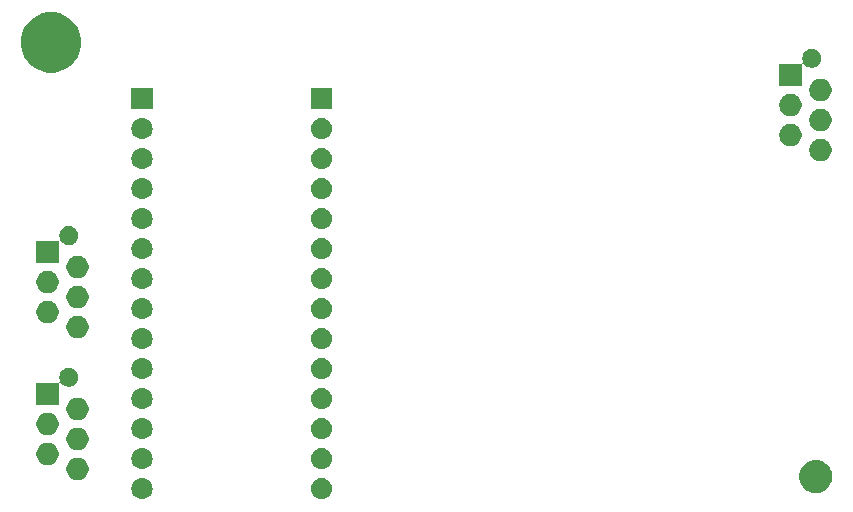
<source format=gbr>
G04 #@! TF.GenerationSoftware,KiCad,Pcbnew,5.1.2-f72e74a~84~ubuntu18.04.1*
G04 #@! TF.CreationDate,2019-08-02T14:19:08+02:00*
G04 #@! TF.ProjectId,board,626f6172-642e-46b6-9963-61645f706362,rev?*
G04 #@! TF.SameCoordinates,Original*
G04 #@! TF.FileFunction,Soldermask,Bot*
G04 #@! TF.FilePolarity,Negative*
%FSLAX46Y46*%
G04 Gerber Fmt 4.6, Leading zero omitted, Abs format (unit mm)*
G04 Created by KiCad (PCBNEW 5.1.2-f72e74a~84~ubuntu18.04.1) date 2019-08-02 14:19:08*
%MOMM*%
%LPD*%
G04 APERTURE LIST*
%ADD10C,0.100000*%
G04 APERTURE END LIST*
D10*
G36*
X159310443Y-85125519D02*
G01*
X159376627Y-85132037D01*
X159546466Y-85183557D01*
X159702991Y-85267222D01*
X159738729Y-85296552D01*
X159840186Y-85379814D01*
X159923448Y-85481271D01*
X159952778Y-85517009D01*
X160036443Y-85673534D01*
X160087963Y-85843373D01*
X160105359Y-86020000D01*
X160087963Y-86196627D01*
X160036443Y-86366466D01*
X159952778Y-86522991D01*
X159923448Y-86558729D01*
X159840186Y-86660186D01*
X159738729Y-86743448D01*
X159702991Y-86772778D01*
X159546466Y-86856443D01*
X159376627Y-86907963D01*
X159310443Y-86914481D01*
X159244260Y-86921000D01*
X159155740Y-86921000D01*
X159089557Y-86914481D01*
X159023373Y-86907963D01*
X158853534Y-86856443D01*
X158697009Y-86772778D01*
X158661271Y-86743448D01*
X158559814Y-86660186D01*
X158476552Y-86558729D01*
X158447222Y-86522991D01*
X158363557Y-86366466D01*
X158312037Y-86196627D01*
X158294641Y-86020000D01*
X158312037Y-85843373D01*
X158363557Y-85673534D01*
X158447222Y-85517009D01*
X158476552Y-85481271D01*
X158559814Y-85379814D01*
X158661271Y-85296552D01*
X158697009Y-85267222D01*
X158853534Y-85183557D01*
X159023373Y-85132037D01*
X159089557Y-85125519D01*
X159155740Y-85119000D01*
X159244260Y-85119000D01*
X159310443Y-85125519D01*
X159310443Y-85125519D01*
G37*
G36*
X144110443Y-85125519D02*
G01*
X144176627Y-85132037D01*
X144346466Y-85183557D01*
X144502991Y-85267222D01*
X144538729Y-85296552D01*
X144640186Y-85379814D01*
X144723448Y-85481271D01*
X144752778Y-85517009D01*
X144836443Y-85673534D01*
X144887963Y-85843373D01*
X144905359Y-86020000D01*
X144887963Y-86196627D01*
X144836443Y-86366466D01*
X144752778Y-86522991D01*
X144723448Y-86558729D01*
X144640186Y-86660186D01*
X144538729Y-86743448D01*
X144502991Y-86772778D01*
X144346466Y-86856443D01*
X144176627Y-86907963D01*
X144110443Y-86914481D01*
X144044260Y-86921000D01*
X143955740Y-86921000D01*
X143889557Y-86914481D01*
X143823373Y-86907963D01*
X143653534Y-86856443D01*
X143497009Y-86772778D01*
X143461271Y-86743448D01*
X143359814Y-86660186D01*
X143276552Y-86558729D01*
X143247222Y-86522991D01*
X143163557Y-86366466D01*
X143112037Y-86196627D01*
X143094641Y-86020000D01*
X143112037Y-85843373D01*
X143163557Y-85673534D01*
X143247222Y-85517009D01*
X143276552Y-85481271D01*
X143359814Y-85379814D01*
X143461271Y-85296552D01*
X143497009Y-85267222D01*
X143653534Y-85183557D01*
X143823373Y-85132037D01*
X143889557Y-85125519D01*
X143955740Y-85119000D01*
X144044260Y-85119000D01*
X144110443Y-85125519D01*
X144110443Y-85125519D01*
G37*
G36*
X201368433Y-83634893D02*
G01*
X201458657Y-83652839D01*
X201539257Y-83686225D01*
X201713621Y-83758449D01*
X201713622Y-83758450D01*
X201943086Y-83911772D01*
X202138228Y-84106914D01*
X202222327Y-84232778D01*
X202291551Y-84336379D01*
X202397161Y-84591344D01*
X202451000Y-84862012D01*
X202451000Y-85137988D01*
X202397161Y-85408656D01*
X202291551Y-85663621D01*
X202284927Y-85673534D01*
X202138228Y-85893086D01*
X201943086Y-86088228D01*
X201789763Y-86190675D01*
X201713621Y-86241551D01*
X201564267Y-86303415D01*
X201458657Y-86347161D01*
X201368433Y-86365107D01*
X201187988Y-86401000D01*
X200912012Y-86401000D01*
X200731567Y-86365107D01*
X200641343Y-86347161D01*
X200535733Y-86303415D01*
X200386379Y-86241551D01*
X200310237Y-86190675D01*
X200156914Y-86088228D01*
X199961772Y-85893086D01*
X199815073Y-85673534D01*
X199808449Y-85663621D01*
X199702839Y-85408656D01*
X199649000Y-85137988D01*
X199649000Y-84862012D01*
X199702839Y-84591344D01*
X199808449Y-84336379D01*
X199877673Y-84232778D01*
X199961772Y-84106914D01*
X200156914Y-83911772D01*
X200386378Y-83758450D01*
X200386379Y-83758449D01*
X200560743Y-83686225D01*
X200641343Y-83652839D01*
X200731567Y-83634893D01*
X200912012Y-83599000D01*
X201187988Y-83599000D01*
X201368433Y-83634893D01*
X201368433Y-83634893D01*
G37*
G36*
X138817395Y-83435546D02*
G01*
X138990466Y-83507234D01*
X139067818Y-83558919D01*
X139146227Y-83611310D01*
X139278690Y-83743773D01*
X139278691Y-83743775D01*
X139382766Y-83899534D01*
X139454454Y-84072605D01*
X139491000Y-84256333D01*
X139491000Y-84443667D01*
X139454454Y-84627395D01*
X139382766Y-84800466D01*
X139382765Y-84800467D01*
X139278690Y-84956227D01*
X139146227Y-85088690D01*
X139081353Y-85132037D01*
X138990466Y-85192766D01*
X138817395Y-85264454D01*
X138633667Y-85301000D01*
X138446333Y-85301000D01*
X138262605Y-85264454D01*
X138089534Y-85192766D01*
X137998647Y-85132037D01*
X137933773Y-85088690D01*
X137801310Y-84956227D01*
X137697235Y-84800467D01*
X137697234Y-84800466D01*
X137625546Y-84627395D01*
X137589000Y-84443667D01*
X137589000Y-84256333D01*
X137625546Y-84072605D01*
X137697234Y-83899534D01*
X137801309Y-83743775D01*
X137801310Y-83743773D01*
X137933773Y-83611310D01*
X138012182Y-83558919D01*
X138089534Y-83507234D01*
X138262605Y-83435546D01*
X138446333Y-83399000D01*
X138633667Y-83399000D01*
X138817395Y-83435546D01*
X138817395Y-83435546D01*
G37*
G36*
X159310442Y-82585518D02*
G01*
X159376627Y-82592037D01*
X159546466Y-82643557D01*
X159702991Y-82727222D01*
X159738729Y-82756552D01*
X159840186Y-82839814D01*
X159923448Y-82941271D01*
X159952778Y-82977009D01*
X160036443Y-83133534D01*
X160087963Y-83303373D01*
X160105359Y-83480000D01*
X160087963Y-83656627D01*
X160036443Y-83826466D01*
X159952778Y-83982991D01*
X159943371Y-83994453D01*
X159840186Y-84120186D01*
X159738729Y-84203448D01*
X159702991Y-84232778D01*
X159546466Y-84316443D01*
X159376627Y-84367963D01*
X159310443Y-84374481D01*
X159244260Y-84381000D01*
X159155740Y-84381000D01*
X159089557Y-84374481D01*
X159023373Y-84367963D01*
X158853534Y-84316443D01*
X158697009Y-84232778D01*
X158661271Y-84203448D01*
X158559814Y-84120186D01*
X158456629Y-83994453D01*
X158447222Y-83982991D01*
X158363557Y-83826466D01*
X158312037Y-83656627D01*
X158294641Y-83480000D01*
X158312037Y-83303373D01*
X158363557Y-83133534D01*
X158447222Y-82977009D01*
X158476552Y-82941271D01*
X158559814Y-82839814D01*
X158661271Y-82756552D01*
X158697009Y-82727222D01*
X158853534Y-82643557D01*
X159023373Y-82592037D01*
X159089558Y-82585518D01*
X159155740Y-82579000D01*
X159244260Y-82579000D01*
X159310442Y-82585518D01*
X159310442Y-82585518D01*
G37*
G36*
X144110442Y-82585518D02*
G01*
X144176627Y-82592037D01*
X144346466Y-82643557D01*
X144502991Y-82727222D01*
X144538729Y-82756552D01*
X144640186Y-82839814D01*
X144723448Y-82941271D01*
X144752778Y-82977009D01*
X144836443Y-83133534D01*
X144887963Y-83303373D01*
X144905359Y-83480000D01*
X144887963Y-83656627D01*
X144836443Y-83826466D01*
X144752778Y-83982991D01*
X144743371Y-83994453D01*
X144640186Y-84120186D01*
X144538729Y-84203448D01*
X144502991Y-84232778D01*
X144346466Y-84316443D01*
X144176627Y-84367963D01*
X144110443Y-84374481D01*
X144044260Y-84381000D01*
X143955740Y-84381000D01*
X143889557Y-84374481D01*
X143823373Y-84367963D01*
X143653534Y-84316443D01*
X143497009Y-84232778D01*
X143461271Y-84203448D01*
X143359814Y-84120186D01*
X143256629Y-83994453D01*
X143247222Y-83982991D01*
X143163557Y-83826466D01*
X143112037Y-83656627D01*
X143094641Y-83480000D01*
X143112037Y-83303373D01*
X143163557Y-83133534D01*
X143247222Y-82977009D01*
X143276552Y-82941271D01*
X143359814Y-82839814D01*
X143461271Y-82756552D01*
X143497009Y-82727222D01*
X143653534Y-82643557D01*
X143823373Y-82592037D01*
X143889558Y-82585518D01*
X143955740Y-82579000D01*
X144044260Y-82579000D01*
X144110442Y-82585518D01*
X144110442Y-82585518D01*
G37*
G36*
X136277395Y-82165546D02*
G01*
X136450466Y-82237234D01*
X136527818Y-82288919D01*
X136606227Y-82341310D01*
X136738690Y-82473773D01*
X136738691Y-82473775D01*
X136842766Y-82629534D01*
X136914454Y-82802605D01*
X136951000Y-82986333D01*
X136951000Y-83173667D01*
X136914454Y-83357395D01*
X136842766Y-83530466D01*
X136842765Y-83530467D01*
X136738690Y-83686227D01*
X136606227Y-83818690D01*
X136594589Y-83826466D01*
X136450466Y-83922766D01*
X136277395Y-83994454D01*
X136093667Y-84031000D01*
X135906333Y-84031000D01*
X135722605Y-83994454D01*
X135549534Y-83922766D01*
X135405411Y-83826466D01*
X135393773Y-83818690D01*
X135261310Y-83686227D01*
X135157235Y-83530467D01*
X135157234Y-83530466D01*
X135085546Y-83357395D01*
X135049000Y-83173667D01*
X135049000Y-82986333D01*
X135085546Y-82802605D01*
X135157234Y-82629534D01*
X135261309Y-82473775D01*
X135261310Y-82473773D01*
X135393773Y-82341310D01*
X135472182Y-82288919D01*
X135549534Y-82237234D01*
X135722605Y-82165546D01*
X135906333Y-82129000D01*
X136093667Y-82129000D01*
X136277395Y-82165546D01*
X136277395Y-82165546D01*
G37*
G36*
X138817395Y-80895546D02*
G01*
X138990466Y-80967234D01*
X139067818Y-81018919D01*
X139146227Y-81071310D01*
X139278690Y-81203773D01*
X139278691Y-81203775D01*
X139382766Y-81359534D01*
X139454454Y-81532605D01*
X139491000Y-81716333D01*
X139491000Y-81903667D01*
X139454454Y-82087395D01*
X139382766Y-82260466D01*
X139382765Y-82260467D01*
X139278690Y-82416227D01*
X139146227Y-82548690D01*
X139081353Y-82592037D01*
X138990466Y-82652766D01*
X138817395Y-82724454D01*
X138633667Y-82761000D01*
X138446333Y-82761000D01*
X138262605Y-82724454D01*
X138089534Y-82652766D01*
X137998647Y-82592037D01*
X137933773Y-82548690D01*
X137801310Y-82416227D01*
X137697235Y-82260467D01*
X137697234Y-82260466D01*
X137625546Y-82087395D01*
X137589000Y-81903667D01*
X137589000Y-81716333D01*
X137625546Y-81532605D01*
X137697234Y-81359534D01*
X137801309Y-81203775D01*
X137801310Y-81203773D01*
X137933773Y-81071310D01*
X138012182Y-81018919D01*
X138089534Y-80967234D01*
X138262605Y-80895546D01*
X138446333Y-80859000D01*
X138633667Y-80859000D01*
X138817395Y-80895546D01*
X138817395Y-80895546D01*
G37*
G36*
X159310443Y-80045519D02*
G01*
X159376627Y-80052037D01*
X159546466Y-80103557D01*
X159702991Y-80187222D01*
X159738729Y-80216552D01*
X159840186Y-80299814D01*
X159923448Y-80401271D01*
X159952778Y-80437009D01*
X160036443Y-80593534D01*
X160087963Y-80763373D01*
X160105359Y-80940000D01*
X160087963Y-81116627D01*
X160036443Y-81286466D01*
X159952778Y-81442991D01*
X159943371Y-81454453D01*
X159840186Y-81580186D01*
X159738729Y-81663448D01*
X159702991Y-81692778D01*
X159546466Y-81776443D01*
X159376627Y-81827963D01*
X159310443Y-81834481D01*
X159244260Y-81841000D01*
X159155740Y-81841000D01*
X159089557Y-81834481D01*
X159023373Y-81827963D01*
X158853534Y-81776443D01*
X158697009Y-81692778D01*
X158661271Y-81663448D01*
X158559814Y-81580186D01*
X158456629Y-81454453D01*
X158447222Y-81442991D01*
X158363557Y-81286466D01*
X158312037Y-81116627D01*
X158294641Y-80940000D01*
X158312037Y-80763373D01*
X158363557Y-80593534D01*
X158447222Y-80437009D01*
X158476552Y-80401271D01*
X158559814Y-80299814D01*
X158661271Y-80216552D01*
X158697009Y-80187222D01*
X158853534Y-80103557D01*
X159023373Y-80052037D01*
X159089557Y-80045519D01*
X159155740Y-80039000D01*
X159244260Y-80039000D01*
X159310443Y-80045519D01*
X159310443Y-80045519D01*
G37*
G36*
X144110443Y-80045519D02*
G01*
X144176627Y-80052037D01*
X144346466Y-80103557D01*
X144502991Y-80187222D01*
X144538729Y-80216552D01*
X144640186Y-80299814D01*
X144723448Y-80401271D01*
X144752778Y-80437009D01*
X144836443Y-80593534D01*
X144887963Y-80763373D01*
X144905359Y-80940000D01*
X144887963Y-81116627D01*
X144836443Y-81286466D01*
X144752778Y-81442991D01*
X144743371Y-81454453D01*
X144640186Y-81580186D01*
X144538729Y-81663448D01*
X144502991Y-81692778D01*
X144346466Y-81776443D01*
X144176627Y-81827963D01*
X144110443Y-81834481D01*
X144044260Y-81841000D01*
X143955740Y-81841000D01*
X143889557Y-81834481D01*
X143823373Y-81827963D01*
X143653534Y-81776443D01*
X143497009Y-81692778D01*
X143461271Y-81663448D01*
X143359814Y-81580186D01*
X143256629Y-81454453D01*
X143247222Y-81442991D01*
X143163557Y-81286466D01*
X143112037Y-81116627D01*
X143094641Y-80940000D01*
X143112037Y-80763373D01*
X143163557Y-80593534D01*
X143247222Y-80437009D01*
X143276552Y-80401271D01*
X143359814Y-80299814D01*
X143461271Y-80216552D01*
X143497009Y-80187222D01*
X143653534Y-80103557D01*
X143823373Y-80052037D01*
X143889557Y-80045519D01*
X143955740Y-80039000D01*
X144044260Y-80039000D01*
X144110443Y-80045519D01*
X144110443Y-80045519D01*
G37*
G36*
X136277395Y-79625546D02*
G01*
X136450466Y-79697234D01*
X136527818Y-79748919D01*
X136606227Y-79801310D01*
X136738690Y-79933773D01*
X136738691Y-79933775D01*
X136842766Y-80089534D01*
X136914454Y-80262605D01*
X136951000Y-80446333D01*
X136951000Y-80633667D01*
X136914454Y-80817395D01*
X136842766Y-80990466D01*
X136842765Y-80990467D01*
X136738690Y-81146227D01*
X136606227Y-81278690D01*
X136594589Y-81286466D01*
X136450466Y-81382766D01*
X136277395Y-81454454D01*
X136093667Y-81491000D01*
X135906333Y-81491000D01*
X135722605Y-81454454D01*
X135549534Y-81382766D01*
X135405411Y-81286466D01*
X135393773Y-81278690D01*
X135261310Y-81146227D01*
X135157235Y-80990467D01*
X135157234Y-80990466D01*
X135085546Y-80817395D01*
X135049000Y-80633667D01*
X135049000Y-80446333D01*
X135085546Y-80262605D01*
X135157234Y-80089534D01*
X135261309Y-79933775D01*
X135261310Y-79933773D01*
X135393773Y-79801310D01*
X135472182Y-79748919D01*
X135549534Y-79697234D01*
X135722605Y-79625546D01*
X135906333Y-79589000D01*
X136093667Y-79589000D01*
X136277395Y-79625546D01*
X136277395Y-79625546D01*
G37*
G36*
X138817395Y-78355546D02*
G01*
X138990466Y-78427234D01*
X138990467Y-78427235D01*
X139146227Y-78531310D01*
X139278690Y-78663773D01*
X139278691Y-78663775D01*
X139382766Y-78819534D01*
X139454454Y-78992605D01*
X139491000Y-79176333D01*
X139491000Y-79363667D01*
X139454454Y-79547395D01*
X139382766Y-79720466D01*
X139382765Y-79720467D01*
X139278690Y-79876227D01*
X139146227Y-80008690D01*
X139081353Y-80052037D01*
X138990466Y-80112766D01*
X138817395Y-80184454D01*
X138633667Y-80221000D01*
X138446333Y-80221000D01*
X138262605Y-80184454D01*
X138089534Y-80112766D01*
X137998647Y-80052037D01*
X137933773Y-80008690D01*
X137801310Y-79876227D01*
X137697235Y-79720467D01*
X137697234Y-79720466D01*
X137625546Y-79547395D01*
X137589000Y-79363667D01*
X137589000Y-79176333D01*
X137625546Y-78992605D01*
X137697234Y-78819534D01*
X137801309Y-78663775D01*
X137801310Y-78663773D01*
X137933773Y-78531310D01*
X138089533Y-78427235D01*
X138089534Y-78427234D01*
X138262605Y-78355546D01*
X138446333Y-78319000D01*
X138633667Y-78319000D01*
X138817395Y-78355546D01*
X138817395Y-78355546D01*
G37*
G36*
X159310443Y-77505519D02*
G01*
X159376627Y-77512037D01*
X159546466Y-77563557D01*
X159702991Y-77647222D01*
X159738729Y-77676552D01*
X159840186Y-77759814D01*
X159923448Y-77861271D01*
X159952778Y-77897009D01*
X160036443Y-78053534D01*
X160087963Y-78223373D01*
X160105359Y-78400000D01*
X160087963Y-78576627D01*
X160036443Y-78746466D01*
X159952778Y-78902991D01*
X159923448Y-78938729D01*
X159840186Y-79040186D01*
X159738729Y-79123448D01*
X159702991Y-79152778D01*
X159546466Y-79236443D01*
X159376627Y-79287963D01*
X159310442Y-79294482D01*
X159244260Y-79301000D01*
X159155740Y-79301000D01*
X159089558Y-79294482D01*
X159023373Y-79287963D01*
X158853534Y-79236443D01*
X158697009Y-79152778D01*
X158661271Y-79123448D01*
X158559814Y-79040186D01*
X158476552Y-78938729D01*
X158447222Y-78902991D01*
X158363557Y-78746466D01*
X158312037Y-78576627D01*
X158294641Y-78400000D01*
X158312037Y-78223373D01*
X158363557Y-78053534D01*
X158447222Y-77897009D01*
X158476552Y-77861271D01*
X158559814Y-77759814D01*
X158661271Y-77676552D01*
X158697009Y-77647222D01*
X158853534Y-77563557D01*
X159023373Y-77512037D01*
X159089557Y-77505519D01*
X159155740Y-77499000D01*
X159244260Y-77499000D01*
X159310443Y-77505519D01*
X159310443Y-77505519D01*
G37*
G36*
X144110443Y-77505519D02*
G01*
X144176627Y-77512037D01*
X144346466Y-77563557D01*
X144502991Y-77647222D01*
X144538729Y-77676552D01*
X144640186Y-77759814D01*
X144723448Y-77861271D01*
X144752778Y-77897009D01*
X144836443Y-78053534D01*
X144887963Y-78223373D01*
X144905359Y-78400000D01*
X144887963Y-78576627D01*
X144836443Y-78746466D01*
X144752778Y-78902991D01*
X144723448Y-78938729D01*
X144640186Y-79040186D01*
X144538729Y-79123448D01*
X144502991Y-79152778D01*
X144346466Y-79236443D01*
X144176627Y-79287963D01*
X144110442Y-79294482D01*
X144044260Y-79301000D01*
X143955740Y-79301000D01*
X143889558Y-79294482D01*
X143823373Y-79287963D01*
X143653534Y-79236443D01*
X143497009Y-79152778D01*
X143461271Y-79123448D01*
X143359814Y-79040186D01*
X143276552Y-78938729D01*
X143247222Y-78902991D01*
X143163557Y-78746466D01*
X143112037Y-78576627D01*
X143094641Y-78400000D01*
X143112037Y-78223373D01*
X143163557Y-78053534D01*
X143247222Y-77897009D01*
X143276552Y-77861271D01*
X143359814Y-77759814D01*
X143461271Y-77676552D01*
X143497009Y-77647222D01*
X143653534Y-77563557D01*
X143823373Y-77512037D01*
X143889557Y-77505519D01*
X143955740Y-77499000D01*
X144044260Y-77499000D01*
X144110443Y-77505519D01*
X144110443Y-77505519D01*
G37*
G36*
X138033657Y-75829733D02*
G01*
X138179438Y-75890118D01*
X138179439Y-75890119D01*
X138310640Y-75977784D01*
X138422216Y-76089360D01*
X138422217Y-76089362D01*
X138509882Y-76220562D01*
X138570267Y-76366343D01*
X138601050Y-76521102D01*
X138601050Y-76678898D01*
X138570267Y-76833657D01*
X138509882Y-76979438D01*
X138509881Y-76979439D01*
X138422216Y-77110640D01*
X138310640Y-77222216D01*
X138244594Y-77266346D01*
X138179438Y-77309882D01*
X138033657Y-77370267D01*
X137878898Y-77401050D01*
X137721102Y-77401050D01*
X137566343Y-77370267D01*
X137420562Y-77309882D01*
X137355406Y-77266346D01*
X137289360Y-77222216D01*
X137177784Y-77110640D01*
X137177782Y-77110637D01*
X137175048Y-77107903D01*
X137164386Y-77094912D01*
X137145444Y-77079367D01*
X137123833Y-77067816D01*
X137100384Y-77060703D01*
X137075998Y-77058301D01*
X137051612Y-77060703D01*
X137028163Y-77067816D01*
X137006553Y-77079367D01*
X136987611Y-77094913D01*
X136972066Y-77113855D01*
X136960515Y-77135466D01*
X136953402Y-77158915D01*
X136951000Y-77183300D01*
X136951000Y-78951000D01*
X135049000Y-78951000D01*
X135049000Y-77049000D01*
X136931857Y-77049000D01*
X136956243Y-77046598D01*
X136979692Y-77039485D01*
X137001303Y-77027934D01*
X137020245Y-77012389D01*
X137035790Y-76993447D01*
X137047341Y-76971836D01*
X137054454Y-76948387D01*
X137056856Y-76924001D01*
X137054454Y-76899615D01*
X137047341Y-76876165D01*
X137029733Y-76833655D01*
X136998950Y-76678898D01*
X136998950Y-76521102D01*
X137029733Y-76366343D01*
X137090118Y-76220562D01*
X137177783Y-76089362D01*
X137177784Y-76089360D01*
X137289360Y-75977784D01*
X137420561Y-75890119D01*
X137420562Y-75890118D01*
X137566343Y-75829733D01*
X137721102Y-75798950D01*
X137878898Y-75798950D01*
X138033657Y-75829733D01*
X138033657Y-75829733D01*
G37*
G36*
X159310442Y-74965518D02*
G01*
X159376627Y-74972037D01*
X159546466Y-75023557D01*
X159702991Y-75107222D01*
X159738729Y-75136552D01*
X159840186Y-75219814D01*
X159923448Y-75321271D01*
X159952778Y-75357009D01*
X160036443Y-75513534D01*
X160087963Y-75683373D01*
X160105359Y-75860000D01*
X160087963Y-76036627D01*
X160071966Y-76089362D01*
X160036442Y-76206468D01*
X159994610Y-76284729D01*
X159952778Y-76362991D01*
X159923448Y-76398729D01*
X159840186Y-76500186D01*
X159738729Y-76583448D01*
X159702991Y-76612778D01*
X159546466Y-76696443D01*
X159376627Y-76747963D01*
X159310443Y-76754481D01*
X159244260Y-76761000D01*
X159155740Y-76761000D01*
X159089557Y-76754481D01*
X159023373Y-76747963D01*
X158853534Y-76696443D01*
X158697009Y-76612778D01*
X158661271Y-76583448D01*
X158559814Y-76500186D01*
X158476552Y-76398729D01*
X158447222Y-76362991D01*
X158405390Y-76284729D01*
X158363558Y-76206468D01*
X158328034Y-76089362D01*
X158312037Y-76036627D01*
X158294641Y-75860000D01*
X158312037Y-75683373D01*
X158363557Y-75513534D01*
X158447222Y-75357009D01*
X158476552Y-75321271D01*
X158559814Y-75219814D01*
X158661271Y-75136552D01*
X158697009Y-75107222D01*
X158853534Y-75023557D01*
X159023373Y-74972037D01*
X159089558Y-74965518D01*
X159155740Y-74959000D01*
X159244260Y-74959000D01*
X159310442Y-74965518D01*
X159310442Y-74965518D01*
G37*
G36*
X144110442Y-74965518D02*
G01*
X144176627Y-74972037D01*
X144346466Y-75023557D01*
X144502991Y-75107222D01*
X144538729Y-75136552D01*
X144640186Y-75219814D01*
X144723448Y-75321271D01*
X144752778Y-75357009D01*
X144836443Y-75513534D01*
X144887963Y-75683373D01*
X144905359Y-75860000D01*
X144887963Y-76036627D01*
X144871966Y-76089362D01*
X144836442Y-76206468D01*
X144794610Y-76284729D01*
X144752778Y-76362991D01*
X144723448Y-76398729D01*
X144640186Y-76500186D01*
X144538729Y-76583448D01*
X144502991Y-76612778D01*
X144346466Y-76696443D01*
X144176627Y-76747963D01*
X144110443Y-76754481D01*
X144044260Y-76761000D01*
X143955740Y-76761000D01*
X143889557Y-76754481D01*
X143823373Y-76747963D01*
X143653534Y-76696443D01*
X143497009Y-76612778D01*
X143461271Y-76583448D01*
X143359814Y-76500186D01*
X143276552Y-76398729D01*
X143247222Y-76362991D01*
X143205390Y-76284729D01*
X143163558Y-76206468D01*
X143128034Y-76089362D01*
X143112037Y-76036627D01*
X143094641Y-75860000D01*
X143112037Y-75683373D01*
X143163557Y-75513534D01*
X143247222Y-75357009D01*
X143276552Y-75321271D01*
X143359814Y-75219814D01*
X143461271Y-75136552D01*
X143497009Y-75107222D01*
X143653534Y-75023557D01*
X143823373Y-74972037D01*
X143889558Y-74965518D01*
X143955740Y-74959000D01*
X144044260Y-74959000D01*
X144110442Y-74965518D01*
X144110442Y-74965518D01*
G37*
G36*
X159310442Y-72425518D02*
G01*
X159376627Y-72432037D01*
X159546466Y-72483557D01*
X159702991Y-72567222D01*
X159738729Y-72596552D01*
X159840186Y-72679814D01*
X159923448Y-72781271D01*
X159952778Y-72817009D01*
X160036443Y-72973534D01*
X160087963Y-73143373D01*
X160105359Y-73320000D01*
X160087963Y-73496627D01*
X160036443Y-73666466D01*
X159952778Y-73822991D01*
X159923448Y-73858729D01*
X159840186Y-73960186D01*
X159738729Y-74043448D01*
X159702991Y-74072778D01*
X159546466Y-74156443D01*
X159376627Y-74207963D01*
X159310442Y-74214482D01*
X159244260Y-74221000D01*
X159155740Y-74221000D01*
X159089558Y-74214482D01*
X159023373Y-74207963D01*
X158853534Y-74156443D01*
X158697009Y-74072778D01*
X158661271Y-74043448D01*
X158559814Y-73960186D01*
X158476552Y-73858729D01*
X158447222Y-73822991D01*
X158363557Y-73666466D01*
X158312037Y-73496627D01*
X158294641Y-73320000D01*
X158312037Y-73143373D01*
X158363557Y-72973534D01*
X158447222Y-72817009D01*
X158476552Y-72781271D01*
X158559814Y-72679814D01*
X158661271Y-72596552D01*
X158697009Y-72567222D01*
X158853534Y-72483557D01*
X159023373Y-72432037D01*
X159089558Y-72425518D01*
X159155740Y-72419000D01*
X159244260Y-72419000D01*
X159310442Y-72425518D01*
X159310442Y-72425518D01*
G37*
G36*
X144110442Y-72425518D02*
G01*
X144176627Y-72432037D01*
X144346466Y-72483557D01*
X144502991Y-72567222D01*
X144538729Y-72596552D01*
X144640186Y-72679814D01*
X144723448Y-72781271D01*
X144752778Y-72817009D01*
X144836443Y-72973534D01*
X144887963Y-73143373D01*
X144905359Y-73320000D01*
X144887963Y-73496627D01*
X144836443Y-73666466D01*
X144752778Y-73822991D01*
X144723448Y-73858729D01*
X144640186Y-73960186D01*
X144538729Y-74043448D01*
X144502991Y-74072778D01*
X144346466Y-74156443D01*
X144176627Y-74207963D01*
X144110442Y-74214482D01*
X144044260Y-74221000D01*
X143955740Y-74221000D01*
X143889558Y-74214482D01*
X143823373Y-74207963D01*
X143653534Y-74156443D01*
X143497009Y-74072778D01*
X143461271Y-74043448D01*
X143359814Y-73960186D01*
X143276552Y-73858729D01*
X143247222Y-73822991D01*
X143163557Y-73666466D01*
X143112037Y-73496627D01*
X143094641Y-73320000D01*
X143112037Y-73143373D01*
X143163557Y-72973534D01*
X143247222Y-72817009D01*
X143276552Y-72781271D01*
X143359814Y-72679814D01*
X143461271Y-72596552D01*
X143497009Y-72567222D01*
X143653534Y-72483557D01*
X143823373Y-72432037D01*
X143889558Y-72425518D01*
X143955740Y-72419000D01*
X144044260Y-72419000D01*
X144110442Y-72425518D01*
X144110442Y-72425518D01*
G37*
G36*
X138817395Y-71435546D02*
G01*
X138990466Y-71507234D01*
X139067818Y-71558919D01*
X139146227Y-71611310D01*
X139278690Y-71743773D01*
X139278691Y-71743775D01*
X139382766Y-71899534D01*
X139454454Y-72072605D01*
X139491000Y-72256333D01*
X139491000Y-72443667D01*
X139454454Y-72627395D01*
X139382766Y-72800466D01*
X139382765Y-72800467D01*
X139278690Y-72956227D01*
X139146227Y-73088690D01*
X139067818Y-73141081D01*
X138990466Y-73192766D01*
X138817395Y-73264454D01*
X138633667Y-73301000D01*
X138446333Y-73301000D01*
X138262605Y-73264454D01*
X138089534Y-73192766D01*
X138012182Y-73141081D01*
X137933773Y-73088690D01*
X137801310Y-72956227D01*
X137697235Y-72800467D01*
X137697234Y-72800466D01*
X137625546Y-72627395D01*
X137589000Y-72443667D01*
X137589000Y-72256333D01*
X137625546Y-72072605D01*
X137697234Y-71899534D01*
X137801309Y-71743775D01*
X137801310Y-71743773D01*
X137933773Y-71611310D01*
X138012182Y-71558919D01*
X138089534Y-71507234D01*
X138262605Y-71435546D01*
X138446333Y-71399000D01*
X138633667Y-71399000D01*
X138817395Y-71435546D01*
X138817395Y-71435546D01*
G37*
G36*
X136277395Y-70165546D02*
G01*
X136450466Y-70237234D01*
X136509993Y-70277009D01*
X136606227Y-70341310D01*
X136738690Y-70473773D01*
X136738691Y-70473775D01*
X136842766Y-70629534D01*
X136914454Y-70802605D01*
X136951000Y-70986333D01*
X136951000Y-71173667D01*
X136914454Y-71357395D01*
X136842766Y-71530466D01*
X136791081Y-71607818D01*
X136738690Y-71686227D01*
X136606227Y-71818690D01*
X136527818Y-71871081D01*
X136450466Y-71922766D01*
X136277395Y-71994454D01*
X136093667Y-72031000D01*
X135906333Y-72031000D01*
X135722605Y-71994454D01*
X135549534Y-71922766D01*
X135472182Y-71871081D01*
X135393773Y-71818690D01*
X135261310Y-71686227D01*
X135208919Y-71607818D01*
X135157234Y-71530466D01*
X135085546Y-71357395D01*
X135049000Y-71173667D01*
X135049000Y-70986333D01*
X135085546Y-70802605D01*
X135157234Y-70629534D01*
X135261309Y-70473775D01*
X135261310Y-70473773D01*
X135393773Y-70341310D01*
X135490007Y-70277009D01*
X135549534Y-70237234D01*
X135722605Y-70165546D01*
X135906333Y-70129000D01*
X136093667Y-70129000D01*
X136277395Y-70165546D01*
X136277395Y-70165546D01*
G37*
G36*
X144110443Y-69885519D02*
G01*
X144176627Y-69892037D01*
X144346466Y-69943557D01*
X144502991Y-70027222D01*
X144538729Y-70056552D01*
X144640186Y-70139814D01*
X144720135Y-70237234D01*
X144752778Y-70277009D01*
X144836443Y-70433534D01*
X144887963Y-70603373D01*
X144905359Y-70780000D01*
X144887963Y-70956627D01*
X144836443Y-71126466D01*
X144752778Y-71282991D01*
X144723448Y-71318729D01*
X144640186Y-71420186D01*
X144538729Y-71503448D01*
X144502991Y-71532778D01*
X144346466Y-71616443D01*
X144176627Y-71667963D01*
X144110443Y-71674481D01*
X144044260Y-71681000D01*
X143955740Y-71681000D01*
X143889557Y-71674481D01*
X143823373Y-71667963D01*
X143653534Y-71616443D01*
X143497009Y-71532778D01*
X143461271Y-71503448D01*
X143359814Y-71420186D01*
X143276552Y-71318729D01*
X143247222Y-71282991D01*
X143163557Y-71126466D01*
X143112037Y-70956627D01*
X143094641Y-70780000D01*
X143112037Y-70603373D01*
X143163557Y-70433534D01*
X143247222Y-70277009D01*
X143279865Y-70237234D01*
X143359814Y-70139814D01*
X143461271Y-70056552D01*
X143497009Y-70027222D01*
X143653534Y-69943557D01*
X143823373Y-69892037D01*
X143889557Y-69885519D01*
X143955740Y-69879000D01*
X144044260Y-69879000D01*
X144110443Y-69885519D01*
X144110443Y-69885519D01*
G37*
G36*
X159310443Y-69885519D02*
G01*
X159376627Y-69892037D01*
X159546466Y-69943557D01*
X159702991Y-70027222D01*
X159738729Y-70056552D01*
X159840186Y-70139814D01*
X159920135Y-70237234D01*
X159952778Y-70277009D01*
X160036443Y-70433534D01*
X160087963Y-70603373D01*
X160105359Y-70780000D01*
X160087963Y-70956627D01*
X160036443Y-71126466D01*
X159952778Y-71282991D01*
X159923448Y-71318729D01*
X159840186Y-71420186D01*
X159738729Y-71503448D01*
X159702991Y-71532778D01*
X159546466Y-71616443D01*
X159376627Y-71667963D01*
X159310443Y-71674481D01*
X159244260Y-71681000D01*
X159155740Y-71681000D01*
X159089557Y-71674481D01*
X159023373Y-71667963D01*
X158853534Y-71616443D01*
X158697009Y-71532778D01*
X158661271Y-71503448D01*
X158559814Y-71420186D01*
X158476552Y-71318729D01*
X158447222Y-71282991D01*
X158363557Y-71126466D01*
X158312037Y-70956627D01*
X158294641Y-70780000D01*
X158312037Y-70603373D01*
X158363557Y-70433534D01*
X158447222Y-70277009D01*
X158479865Y-70237234D01*
X158559814Y-70139814D01*
X158661271Y-70056552D01*
X158697009Y-70027222D01*
X158853534Y-69943557D01*
X159023373Y-69892037D01*
X159089557Y-69885519D01*
X159155740Y-69879000D01*
X159244260Y-69879000D01*
X159310443Y-69885519D01*
X159310443Y-69885519D01*
G37*
G36*
X138817395Y-68895546D02*
G01*
X138990466Y-68967234D01*
X139067818Y-69018919D01*
X139146227Y-69071310D01*
X139278690Y-69203773D01*
X139278691Y-69203775D01*
X139382766Y-69359534D01*
X139454454Y-69532605D01*
X139491000Y-69716333D01*
X139491000Y-69903667D01*
X139454454Y-70087395D01*
X139382766Y-70260466D01*
X139382765Y-70260467D01*
X139278690Y-70416227D01*
X139146227Y-70548690D01*
X139067818Y-70601081D01*
X138990466Y-70652766D01*
X138817395Y-70724454D01*
X138633667Y-70761000D01*
X138446333Y-70761000D01*
X138262605Y-70724454D01*
X138089534Y-70652766D01*
X138012182Y-70601081D01*
X137933773Y-70548690D01*
X137801310Y-70416227D01*
X137697235Y-70260467D01*
X137697234Y-70260466D01*
X137625546Y-70087395D01*
X137589000Y-69903667D01*
X137589000Y-69716333D01*
X137625546Y-69532605D01*
X137697234Y-69359534D01*
X137801309Y-69203775D01*
X137801310Y-69203773D01*
X137933773Y-69071310D01*
X138012182Y-69018919D01*
X138089534Y-68967234D01*
X138262605Y-68895546D01*
X138446333Y-68859000D01*
X138633667Y-68859000D01*
X138817395Y-68895546D01*
X138817395Y-68895546D01*
G37*
G36*
X136277395Y-67625546D02*
G01*
X136450466Y-67697234D01*
X136509993Y-67737009D01*
X136606227Y-67801310D01*
X136738690Y-67933773D01*
X136738691Y-67933775D01*
X136842766Y-68089534D01*
X136914454Y-68262605D01*
X136951000Y-68446333D01*
X136951000Y-68633667D01*
X136914454Y-68817395D01*
X136842766Y-68990466D01*
X136791081Y-69067818D01*
X136738690Y-69146227D01*
X136606227Y-69278690D01*
X136527818Y-69331081D01*
X136450466Y-69382766D01*
X136277395Y-69454454D01*
X136093667Y-69491000D01*
X135906333Y-69491000D01*
X135722605Y-69454454D01*
X135549534Y-69382766D01*
X135472182Y-69331081D01*
X135393773Y-69278690D01*
X135261310Y-69146227D01*
X135208919Y-69067818D01*
X135157234Y-68990466D01*
X135085546Y-68817395D01*
X135049000Y-68633667D01*
X135049000Y-68446333D01*
X135085546Y-68262605D01*
X135157234Y-68089534D01*
X135261309Y-67933775D01*
X135261310Y-67933773D01*
X135393773Y-67801310D01*
X135490007Y-67737009D01*
X135549534Y-67697234D01*
X135722605Y-67625546D01*
X135906333Y-67589000D01*
X136093667Y-67589000D01*
X136277395Y-67625546D01*
X136277395Y-67625546D01*
G37*
G36*
X159310442Y-67345518D02*
G01*
X159376627Y-67352037D01*
X159546466Y-67403557D01*
X159702991Y-67487222D01*
X159738729Y-67516552D01*
X159840186Y-67599814D01*
X159920135Y-67697234D01*
X159952778Y-67737009D01*
X160036443Y-67893534D01*
X160087963Y-68063373D01*
X160105359Y-68240000D01*
X160087963Y-68416627D01*
X160036443Y-68586466D01*
X159952778Y-68742991D01*
X159923448Y-68778729D01*
X159840186Y-68880186D01*
X159738729Y-68963448D01*
X159702991Y-68992778D01*
X159546466Y-69076443D01*
X159376627Y-69127963D01*
X159310443Y-69134481D01*
X159244260Y-69141000D01*
X159155740Y-69141000D01*
X159089557Y-69134481D01*
X159023373Y-69127963D01*
X158853534Y-69076443D01*
X158697009Y-68992778D01*
X158661271Y-68963448D01*
X158559814Y-68880186D01*
X158476552Y-68778729D01*
X158447222Y-68742991D01*
X158363557Y-68586466D01*
X158312037Y-68416627D01*
X158294641Y-68240000D01*
X158312037Y-68063373D01*
X158363557Y-67893534D01*
X158447222Y-67737009D01*
X158479865Y-67697234D01*
X158559814Y-67599814D01*
X158661271Y-67516552D01*
X158697009Y-67487222D01*
X158853534Y-67403557D01*
X159023373Y-67352037D01*
X159089558Y-67345518D01*
X159155740Y-67339000D01*
X159244260Y-67339000D01*
X159310442Y-67345518D01*
X159310442Y-67345518D01*
G37*
G36*
X144110442Y-67345518D02*
G01*
X144176627Y-67352037D01*
X144346466Y-67403557D01*
X144502991Y-67487222D01*
X144538729Y-67516552D01*
X144640186Y-67599814D01*
X144720135Y-67697234D01*
X144752778Y-67737009D01*
X144836443Y-67893534D01*
X144887963Y-68063373D01*
X144905359Y-68240000D01*
X144887963Y-68416627D01*
X144836443Y-68586466D01*
X144752778Y-68742991D01*
X144723448Y-68778729D01*
X144640186Y-68880186D01*
X144538729Y-68963448D01*
X144502991Y-68992778D01*
X144346466Y-69076443D01*
X144176627Y-69127963D01*
X144110443Y-69134481D01*
X144044260Y-69141000D01*
X143955740Y-69141000D01*
X143889557Y-69134481D01*
X143823373Y-69127963D01*
X143653534Y-69076443D01*
X143497009Y-68992778D01*
X143461271Y-68963448D01*
X143359814Y-68880186D01*
X143276552Y-68778729D01*
X143247222Y-68742991D01*
X143163557Y-68586466D01*
X143112037Y-68416627D01*
X143094641Y-68240000D01*
X143112037Y-68063373D01*
X143163557Y-67893534D01*
X143247222Y-67737009D01*
X143279865Y-67697234D01*
X143359814Y-67599814D01*
X143461271Y-67516552D01*
X143497009Y-67487222D01*
X143653534Y-67403557D01*
X143823373Y-67352037D01*
X143889558Y-67345518D01*
X143955740Y-67339000D01*
X144044260Y-67339000D01*
X144110442Y-67345518D01*
X144110442Y-67345518D01*
G37*
G36*
X138817395Y-66355546D02*
G01*
X138990466Y-66427234D01*
X139067818Y-66478919D01*
X139146227Y-66531310D01*
X139278690Y-66663773D01*
X139278691Y-66663775D01*
X139382766Y-66819534D01*
X139454454Y-66992605D01*
X139491000Y-67176333D01*
X139491000Y-67363667D01*
X139454454Y-67547395D01*
X139382766Y-67720466D01*
X139382765Y-67720467D01*
X139278690Y-67876227D01*
X139146227Y-68008690D01*
X139067818Y-68061081D01*
X138990466Y-68112766D01*
X138817395Y-68184454D01*
X138633667Y-68221000D01*
X138446333Y-68221000D01*
X138262605Y-68184454D01*
X138089534Y-68112766D01*
X138012182Y-68061081D01*
X137933773Y-68008690D01*
X137801310Y-67876227D01*
X137697235Y-67720467D01*
X137697234Y-67720466D01*
X137625546Y-67547395D01*
X137589000Y-67363667D01*
X137589000Y-67176333D01*
X137625546Y-66992605D01*
X137697234Y-66819534D01*
X137801309Y-66663775D01*
X137801310Y-66663773D01*
X137933773Y-66531310D01*
X138012182Y-66478919D01*
X138089534Y-66427234D01*
X138262605Y-66355546D01*
X138446333Y-66319000D01*
X138633667Y-66319000D01*
X138817395Y-66355546D01*
X138817395Y-66355546D01*
G37*
G36*
X138033657Y-63829733D02*
G01*
X138179438Y-63890118D01*
X138244594Y-63933654D01*
X138310640Y-63977784D01*
X138422216Y-64089360D01*
X138422217Y-64089362D01*
X138509882Y-64220562D01*
X138570267Y-64366343D01*
X138601050Y-64521102D01*
X138601050Y-64678898D01*
X138570267Y-64833657D01*
X138509882Y-64979438D01*
X138509881Y-64979439D01*
X138422216Y-65110640D01*
X138310640Y-65222216D01*
X138244594Y-65266346D01*
X138179438Y-65309882D01*
X138033657Y-65370267D01*
X137878898Y-65401050D01*
X137721102Y-65401050D01*
X137566343Y-65370267D01*
X137420562Y-65309882D01*
X137355406Y-65266346D01*
X137289360Y-65222216D01*
X137177784Y-65110640D01*
X137177782Y-65110637D01*
X137175048Y-65107903D01*
X137164386Y-65094912D01*
X137145444Y-65079367D01*
X137123833Y-65067816D01*
X137100384Y-65060703D01*
X137075998Y-65058301D01*
X137051612Y-65060703D01*
X137028163Y-65067816D01*
X137006553Y-65079367D01*
X136987611Y-65094913D01*
X136972066Y-65113855D01*
X136960515Y-65135466D01*
X136953402Y-65158915D01*
X136951000Y-65183300D01*
X136951000Y-66951000D01*
X135049000Y-66951000D01*
X135049000Y-65049000D01*
X136931857Y-65049000D01*
X136956243Y-65046598D01*
X136979692Y-65039485D01*
X137001303Y-65027934D01*
X137020245Y-65012389D01*
X137035790Y-64993447D01*
X137047341Y-64971836D01*
X137054454Y-64948387D01*
X137056856Y-64924001D01*
X137054454Y-64899615D01*
X137047341Y-64876165D01*
X137029733Y-64833655D01*
X136998950Y-64678898D01*
X136998950Y-64521102D01*
X137029733Y-64366343D01*
X137090118Y-64220562D01*
X137177783Y-64089362D01*
X137177784Y-64089360D01*
X137289360Y-63977784D01*
X137355406Y-63933654D01*
X137420562Y-63890118D01*
X137566343Y-63829733D01*
X137721102Y-63798950D01*
X137878898Y-63798950D01*
X138033657Y-63829733D01*
X138033657Y-63829733D01*
G37*
G36*
X159310442Y-64805518D02*
G01*
X159376627Y-64812037D01*
X159546466Y-64863557D01*
X159702991Y-64947222D01*
X159732983Y-64971836D01*
X159840186Y-65059814D01*
X159902271Y-65135466D01*
X159952778Y-65197009D01*
X160036443Y-65353534D01*
X160087963Y-65523373D01*
X160105359Y-65700000D01*
X160087963Y-65876627D01*
X160036443Y-66046466D01*
X159952778Y-66202991D01*
X159923448Y-66238729D01*
X159840186Y-66340186D01*
X159738729Y-66423448D01*
X159702991Y-66452778D01*
X159546466Y-66536443D01*
X159376627Y-66587963D01*
X159310442Y-66594482D01*
X159244260Y-66601000D01*
X159155740Y-66601000D01*
X159089558Y-66594482D01*
X159023373Y-66587963D01*
X158853534Y-66536443D01*
X158697009Y-66452778D01*
X158661271Y-66423448D01*
X158559814Y-66340186D01*
X158476552Y-66238729D01*
X158447222Y-66202991D01*
X158363557Y-66046466D01*
X158312037Y-65876627D01*
X158294641Y-65700000D01*
X158312037Y-65523373D01*
X158363557Y-65353534D01*
X158447222Y-65197009D01*
X158497729Y-65135466D01*
X158559814Y-65059814D01*
X158667017Y-64971836D01*
X158697009Y-64947222D01*
X158853534Y-64863557D01*
X159023373Y-64812037D01*
X159089558Y-64805518D01*
X159155740Y-64799000D01*
X159244260Y-64799000D01*
X159310442Y-64805518D01*
X159310442Y-64805518D01*
G37*
G36*
X144110442Y-64805518D02*
G01*
X144176627Y-64812037D01*
X144346466Y-64863557D01*
X144502991Y-64947222D01*
X144532983Y-64971836D01*
X144640186Y-65059814D01*
X144702271Y-65135466D01*
X144752778Y-65197009D01*
X144836443Y-65353534D01*
X144887963Y-65523373D01*
X144905359Y-65700000D01*
X144887963Y-65876627D01*
X144836443Y-66046466D01*
X144752778Y-66202991D01*
X144723448Y-66238729D01*
X144640186Y-66340186D01*
X144538729Y-66423448D01*
X144502991Y-66452778D01*
X144346466Y-66536443D01*
X144176627Y-66587963D01*
X144110442Y-66594482D01*
X144044260Y-66601000D01*
X143955740Y-66601000D01*
X143889558Y-66594482D01*
X143823373Y-66587963D01*
X143653534Y-66536443D01*
X143497009Y-66452778D01*
X143461271Y-66423448D01*
X143359814Y-66340186D01*
X143276552Y-66238729D01*
X143247222Y-66202991D01*
X143163557Y-66046466D01*
X143112037Y-65876627D01*
X143094641Y-65700000D01*
X143112037Y-65523373D01*
X143163557Y-65353534D01*
X143247222Y-65197009D01*
X143297729Y-65135466D01*
X143359814Y-65059814D01*
X143467017Y-64971836D01*
X143497009Y-64947222D01*
X143653534Y-64863557D01*
X143823373Y-64812037D01*
X143889558Y-64805518D01*
X143955740Y-64799000D01*
X144044260Y-64799000D01*
X144110442Y-64805518D01*
X144110442Y-64805518D01*
G37*
G36*
X144110442Y-62265518D02*
G01*
X144176627Y-62272037D01*
X144346466Y-62323557D01*
X144502991Y-62407222D01*
X144538729Y-62436552D01*
X144640186Y-62519814D01*
X144723448Y-62621271D01*
X144752778Y-62657009D01*
X144836443Y-62813534D01*
X144887963Y-62983373D01*
X144905359Y-63160000D01*
X144887963Y-63336627D01*
X144836443Y-63506466D01*
X144752778Y-63662991D01*
X144723448Y-63698729D01*
X144640186Y-63800186D01*
X144538729Y-63883448D01*
X144502991Y-63912778D01*
X144346466Y-63996443D01*
X144176627Y-64047963D01*
X144110442Y-64054482D01*
X144044260Y-64061000D01*
X143955740Y-64061000D01*
X143889558Y-64054482D01*
X143823373Y-64047963D01*
X143653534Y-63996443D01*
X143497009Y-63912778D01*
X143461271Y-63883448D01*
X143359814Y-63800186D01*
X143276552Y-63698729D01*
X143247222Y-63662991D01*
X143163557Y-63506466D01*
X143112037Y-63336627D01*
X143094641Y-63160000D01*
X143112037Y-62983373D01*
X143163557Y-62813534D01*
X143247222Y-62657009D01*
X143276552Y-62621271D01*
X143359814Y-62519814D01*
X143461271Y-62436552D01*
X143497009Y-62407222D01*
X143653534Y-62323557D01*
X143823373Y-62272037D01*
X143889558Y-62265518D01*
X143955740Y-62259000D01*
X144044260Y-62259000D01*
X144110442Y-62265518D01*
X144110442Y-62265518D01*
G37*
G36*
X159310442Y-62265518D02*
G01*
X159376627Y-62272037D01*
X159546466Y-62323557D01*
X159702991Y-62407222D01*
X159738729Y-62436552D01*
X159840186Y-62519814D01*
X159923448Y-62621271D01*
X159952778Y-62657009D01*
X160036443Y-62813534D01*
X160087963Y-62983373D01*
X160105359Y-63160000D01*
X160087963Y-63336627D01*
X160036443Y-63506466D01*
X159952778Y-63662991D01*
X159923448Y-63698729D01*
X159840186Y-63800186D01*
X159738729Y-63883448D01*
X159702991Y-63912778D01*
X159546466Y-63996443D01*
X159376627Y-64047963D01*
X159310442Y-64054482D01*
X159244260Y-64061000D01*
X159155740Y-64061000D01*
X159089558Y-64054482D01*
X159023373Y-64047963D01*
X158853534Y-63996443D01*
X158697009Y-63912778D01*
X158661271Y-63883448D01*
X158559814Y-63800186D01*
X158476552Y-63698729D01*
X158447222Y-63662991D01*
X158363557Y-63506466D01*
X158312037Y-63336627D01*
X158294641Y-63160000D01*
X158312037Y-62983373D01*
X158363557Y-62813534D01*
X158447222Y-62657009D01*
X158476552Y-62621271D01*
X158559814Y-62519814D01*
X158661271Y-62436552D01*
X158697009Y-62407222D01*
X158853534Y-62323557D01*
X159023373Y-62272037D01*
X159089558Y-62265518D01*
X159155740Y-62259000D01*
X159244260Y-62259000D01*
X159310442Y-62265518D01*
X159310442Y-62265518D01*
G37*
G36*
X159310443Y-59725519D02*
G01*
X159376627Y-59732037D01*
X159546466Y-59783557D01*
X159702991Y-59867222D01*
X159738729Y-59896552D01*
X159840186Y-59979814D01*
X159923448Y-60081271D01*
X159952778Y-60117009D01*
X160036443Y-60273534D01*
X160087963Y-60443373D01*
X160105359Y-60620000D01*
X160087963Y-60796627D01*
X160036443Y-60966466D01*
X159952778Y-61122991D01*
X159923448Y-61158729D01*
X159840186Y-61260186D01*
X159738729Y-61343448D01*
X159702991Y-61372778D01*
X159546466Y-61456443D01*
X159376627Y-61507963D01*
X159310442Y-61514482D01*
X159244260Y-61521000D01*
X159155740Y-61521000D01*
X159089558Y-61514482D01*
X159023373Y-61507963D01*
X158853534Y-61456443D01*
X158697009Y-61372778D01*
X158661271Y-61343448D01*
X158559814Y-61260186D01*
X158476552Y-61158729D01*
X158447222Y-61122991D01*
X158363557Y-60966466D01*
X158312037Y-60796627D01*
X158294641Y-60620000D01*
X158312037Y-60443373D01*
X158363557Y-60273534D01*
X158447222Y-60117009D01*
X158476552Y-60081271D01*
X158559814Y-59979814D01*
X158661271Y-59896552D01*
X158697009Y-59867222D01*
X158853534Y-59783557D01*
X159023373Y-59732037D01*
X159089557Y-59725519D01*
X159155740Y-59719000D01*
X159244260Y-59719000D01*
X159310443Y-59725519D01*
X159310443Y-59725519D01*
G37*
G36*
X144110443Y-59725519D02*
G01*
X144176627Y-59732037D01*
X144346466Y-59783557D01*
X144502991Y-59867222D01*
X144538729Y-59896552D01*
X144640186Y-59979814D01*
X144723448Y-60081271D01*
X144752778Y-60117009D01*
X144836443Y-60273534D01*
X144887963Y-60443373D01*
X144905359Y-60620000D01*
X144887963Y-60796627D01*
X144836443Y-60966466D01*
X144752778Y-61122991D01*
X144723448Y-61158729D01*
X144640186Y-61260186D01*
X144538729Y-61343448D01*
X144502991Y-61372778D01*
X144346466Y-61456443D01*
X144176627Y-61507963D01*
X144110442Y-61514482D01*
X144044260Y-61521000D01*
X143955740Y-61521000D01*
X143889558Y-61514482D01*
X143823373Y-61507963D01*
X143653534Y-61456443D01*
X143497009Y-61372778D01*
X143461271Y-61343448D01*
X143359814Y-61260186D01*
X143276552Y-61158729D01*
X143247222Y-61122991D01*
X143163557Y-60966466D01*
X143112037Y-60796627D01*
X143094641Y-60620000D01*
X143112037Y-60443373D01*
X143163557Y-60273534D01*
X143247222Y-60117009D01*
X143276552Y-60081271D01*
X143359814Y-59979814D01*
X143461271Y-59896552D01*
X143497009Y-59867222D01*
X143653534Y-59783557D01*
X143823373Y-59732037D01*
X143889557Y-59725519D01*
X143955740Y-59719000D01*
X144044260Y-59719000D01*
X144110443Y-59725519D01*
X144110443Y-59725519D01*
G37*
G36*
X159310442Y-57185518D02*
G01*
X159376627Y-57192037D01*
X159546466Y-57243557D01*
X159702991Y-57327222D01*
X159738729Y-57356552D01*
X159840186Y-57439814D01*
X159923448Y-57541271D01*
X159952778Y-57577009D01*
X160036443Y-57733534D01*
X160087963Y-57903373D01*
X160105359Y-58080000D01*
X160087963Y-58256627D01*
X160036443Y-58426466D01*
X159952778Y-58582991D01*
X159923448Y-58618729D01*
X159840186Y-58720186D01*
X159738729Y-58803448D01*
X159702991Y-58832778D01*
X159546466Y-58916443D01*
X159376627Y-58967963D01*
X159310443Y-58974481D01*
X159244260Y-58981000D01*
X159155740Y-58981000D01*
X159089557Y-58974481D01*
X159023373Y-58967963D01*
X158853534Y-58916443D01*
X158697009Y-58832778D01*
X158661271Y-58803448D01*
X158559814Y-58720186D01*
X158476552Y-58618729D01*
X158447222Y-58582991D01*
X158363557Y-58426466D01*
X158312037Y-58256627D01*
X158294641Y-58080000D01*
X158312037Y-57903373D01*
X158363557Y-57733534D01*
X158447222Y-57577009D01*
X158476552Y-57541271D01*
X158559814Y-57439814D01*
X158661271Y-57356552D01*
X158697009Y-57327222D01*
X158853534Y-57243557D01*
X159023373Y-57192037D01*
X159089558Y-57185518D01*
X159155740Y-57179000D01*
X159244260Y-57179000D01*
X159310442Y-57185518D01*
X159310442Y-57185518D01*
G37*
G36*
X144110442Y-57185518D02*
G01*
X144176627Y-57192037D01*
X144346466Y-57243557D01*
X144502991Y-57327222D01*
X144538729Y-57356552D01*
X144640186Y-57439814D01*
X144723448Y-57541271D01*
X144752778Y-57577009D01*
X144836443Y-57733534D01*
X144887963Y-57903373D01*
X144905359Y-58080000D01*
X144887963Y-58256627D01*
X144836443Y-58426466D01*
X144752778Y-58582991D01*
X144723448Y-58618729D01*
X144640186Y-58720186D01*
X144538729Y-58803448D01*
X144502991Y-58832778D01*
X144346466Y-58916443D01*
X144176627Y-58967963D01*
X144110443Y-58974481D01*
X144044260Y-58981000D01*
X143955740Y-58981000D01*
X143889557Y-58974481D01*
X143823373Y-58967963D01*
X143653534Y-58916443D01*
X143497009Y-58832778D01*
X143461271Y-58803448D01*
X143359814Y-58720186D01*
X143276552Y-58618729D01*
X143247222Y-58582991D01*
X143163557Y-58426466D01*
X143112037Y-58256627D01*
X143094641Y-58080000D01*
X143112037Y-57903373D01*
X143163557Y-57733534D01*
X143247222Y-57577009D01*
X143276552Y-57541271D01*
X143359814Y-57439814D01*
X143461271Y-57356552D01*
X143497009Y-57327222D01*
X143653534Y-57243557D01*
X143823373Y-57192037D01*
X143889558Y-57185518D01*
X143955740Y-57179000D01*
X144044260Y-57179000D01*
X144110442Y-57185518D01*
X144110442Y-57185518D01*
G37*
G36*
X201717395Y-56435546D02*
G01*
X201890466Y-56507234D01*
X201967818Y-56558919D01*
X202046227Y-56611310D01*
X202178690Y-56743773D01*
X202178691Y-56743775D01*
X202282766Y-56899534D01*
X202354454Y-57072605D01*
X202391000Y-57256333D01*
X202391000Y-57443667D01*
X202354454Y-57627395D01*
X202282766Y-57800466D01*
X202282765Y-57800467D01*
X202178690Y-57956227D01*
X202046227Y-58088690D01*
X201967818Y-58141081D01*
X201890466Y-58192766D01*
X201717395Y-58264454D01*
X201533667Y-58301000D01*
X201346333Y-58301000D01*
X201162605Y-58264454D01*
X200989534Y-58192766D01*
X200912182Y-58141081D01*
X200833773Y-58088690D01*
X200701310Y-57956227D01*
X200597235Y-57800467D01*
X200597234Y-57800466D01*
X200525546Y-57627395D01*
X200489000Y-57443667D01*
X200489000Y-57256333D01*
X200525546Y-57072605D01*
X200597234Y-56899534D01*
X200701309Y-56743775D01*
X200701310Y-56743773D01*
X200833773Y-56611310D01*
X200912182Y-56558919D01*
X200989534Y-56507234D01*
X201162605Y-56435546D01*
X201346333Y-56399000D01*
X201533667Y-56399000D01*
X201717395Y-56435546D01*
X201717395Y-56435546D01*
G37*
G36*
X199177395Y-55165546D02*
G01*
X199350466Y-55237234D01*
X199427818Y-55288919D01*
X199506227Y-55341310D01*
X199638690Y-55473773D01*
X199638691Y-55473775D01*
X199742766Y-55629534D01*
X199814454Y-55802605D01*
X199851000Y-55986333D01*
X199851000Y-56173667D01*
X199814454Y-56357395D01*
X199742766Y-56530466D01*
X199742765Y-56530467D01*
X199638690Y-56686227D01*
X199506227Y-56818690D01*
X199427818Y-56871081D01*
X199350466Y-56922766D01*
X199177395Y-56994454D01*
X198993667Y-57031000D01*
X198806333Y-57031000D01*
X198622605Y-56994454D01*
X198449534Y-56922766D01*
X198372182Y-56871081D01*
X198293773Y-56818690D01*
X198161310Y-56686227D01*
X198057235Y-56530467D01*
X198057234Y-56530466D01*
X197985546Y-56357395D01*
X197949000Y-56173667D01*
X197949000Y-55986333D01*
X197985546Y-55802605D01*
X198057234Y-55629534D01*
X198161309Y-55473775D01*
X198161310Y-55473773D01*
X198293773Y-55341310D01*
X198372182Y-55288919D01*
X198449534Y-55237234D01*
X198622605Y-55165546D01*
X198806333Y-55129000D01*
X198993667Y-55129000D01*
X199177395Y-55165546D01*
X199177395Y-55165546D01*
G37*
G36*
X159310443Y-54645519D02*
G01*
X159376627Y-54652037D01*
X159546466Y-54703557D01*
X159702991Y-54787222D01*
X159738729Y-54816552D01*
X159840186Y-54899814D01*
X159923448Y-55001271D01*
X159952778Y-55037009D01*
X160036443Y-55193534D01*
X160087963Y-55363373D01*
X160105359Y-55540000D01*
X160087963Y-55716627D01*
X160036443Y-55886466D01*
X159952778Y-56042991D01*
X159923448Y-56078729D01*
X159840186Y-56180186D01*
X159738729Y-56263448D01*
X159702991Y-56292778D01*
X159546466Y-56376443D01*
X159376627Y-56427963D01*
X159310442Y-56434482D01*
X159244260Y-56441000D01*
X159155740Y-56441000D01*
X159089558Y-56434482D01*
X159023373Y-56427963D01*
X158853534Y-56376443D01*
X158697009Y-56292778D01*
X158661271Y-56263448D01*
X158559814Y-56180186D01*
X158476552Y-56078729D01*
X158447222Y-56042991D01*
X158363557Y-55886466D01*
X158312037Y-55716627D01*
X158294641Y-55540000D01*
X158312037Y-55363373D01*
X158363557Y-55193534D01*
X158447222Y-55037009D01*
X158476552Y-55001271D01*
X158559814Y-54899814D01*
X158661271Y-54816552D01*
X158697009Y-54787222D01*
X158853534Y-54703557D01*
X159023373Y-54652037D01*
X159089557Y-54645519D01*
X159155740Y-54639000D01*
X159244260Y-54639000D01*
X159310443Y-54645519D01*
X159310443Y-54645519D01*
G37*
G36*
X144110443Y-54645519D02*
G01*
X144176627Y-54652037D01*
X144346466Y-54703557D01*
X144502991Y-54787222D01*
X144538729Y-54816552D01*
X144640186Y-54899814D01*
X144723448Y-55001271D01*
X144752778Y-55037009D01*
X144836443Y-55193534D01*
X144887963Y-55363373D01*
X144905359Y-55540000D01*
X144887963Y-55716627D01*
X144836443Y-55886466D01*
X144752778Y-56042991D01*
X144723448Y-56078729D01*
X144640186Y-56180186D01*
X144538729Y-56263448D01*
X144502991Y-56292778D01*
X144346466Y-56376443D01*
X144176627Y-56427963D01*
X144110442Y-56434482D01*
X144044260Y-56441000D01*
X143955740Y-56441000D01*
X143889558Y-56434482D01*
X143823373Y-56427963D01*
X143653534Y-56376443D01*
X143497009Y-56292778D01*
X143461271Y-56263448D01*
X143359814Y-56180186D01*
X143276552Y-56078729D01*
X143247222Y-56042991D01*
X143163557Y-55886466D01*
X143112037Y-55716627D01*
X143094641Y-55540000D01*
X143112037Y-55363373D01*
X143163557Y-55193534D01*
X143247222Y-55037009D01*
X143276552Y-55001271D01*
X143359814Y-54899814D01*
X143461271Y-54816552D01*
X143497009Y-54787222D01*
X143653534Y-54703557D01*
X143823373Y-54652037D01*
X143889557Y-54645519D01*
X143955740Y-54639000D01*
X144044260Y-54639000D01*
X144110443Y-54645519D01*
X144110443Y-54645519D01*
G37*
G36*
X201717395Y-53895546D02*
G01*
X201890466Y-53967234D01*
X201967818Y-54018919D01*
X202046227Y-54071310D01*
X202178690Y-54203773D01*
X202178691Y-54203775D01*
X202282766Y-54359534D01*
X202354454Y-54532605D01*
X202391000Y-54716333D01*
X202391000Y-54903667D01*
X202354454Y-55087395D01*
X202282766Y-55260466D01*
X202282765Y-55260467D01*
X202178690Y-55416227D01*
X202046227Y-55548690D01*
X201967818Y-55601081D01*
X201890466Y-55652766D01*
X201717395Y-55724454D01*
X201533667Y-55761000D01*
X201346333Y-55761000D01*
X201162605Y-55724454D01*
X200989534Y-55652766D01*
X200912182Y-55601081D01*
X200833773Y-55548690D01*
X200701310Y-55416227D01*
X200597235Y-55260467D01*
X200597234Y-55260466D01*
X200525546Y-55087395D01*
X200489000Y-54903667D01*
X200489000Y-54716333D01*
X200525546Y-54532605D01*
X200597234Y-54359534D01*
X200701309Y-54203775D01*
X200701310Y-54203773D01*
X200833773Y-54071310D01*
X200912182Y-54018919D01*
X200989534Y-53967234D01*
X201162605Y-53895546D01*
X201346333Y-53859000D01*
X201533667Y-53859000D01*
X201717395Y-53895546D01*
X201717395Y-53895546D01*
G37*
G36*
X199177395Y-52625546D02*
G01*
X199350466Y-52697234D01*
X199427818Y-52748919D01*
X199506227Y-52801310D01*
X199638690Y-52933773D01*
X199638691Y-52933775D01*
X199742766Y-53089534D01*
X199814454Y-53262605D01*
X199851000Y-53446333D01*
X199851000Y-53633667D01*
X199814454Y-53817395D01*
X199742766Y-53990466D01*
X199742765Y-53990467D01*
X199638690Y-54146227D01*
X199506227Y-54278690D01*
X199427818Y-54331081D01*
X199350466Y-54382766D01*
X199177395Y-54454454D01*
X198993667Y-54491000D01*
X198806333Y-54491000D01*
X198622605Y-54454454D01*
X198449534Y-54382766D01*
X198372182Y-54331081D01*
X198293773Y-54278690D01*
X198161310Y-54146227D01*
X198057235Y-53990467D01*
X198057234Y-53990466D01*
X197985546Y-53817395D01*
X197949000Y-53633667D01*
X197949000Y-53446333D01*
X197985546Y-53262605D01*
X198057234Y-53089534D01*
X198161309Y-52933775D01*
X198161310Y-52933773D01*
X198293773Y-52801310D01*
X198372182Y-52748919D01*
X198449534Y-52697234D01*
X198622605Y-52625546D01*
X198806333Y-52589000D01*
X198993667Y-52589000D01*
X199177395Y-52625546D01*
X199177395Y-52625546D01*
G37*
G36*
X144901000Y-53901000D02*
G01*
X143099000Y-53901000D01*
X143099000Y-52099000D01*
X144901000Y-52099000D01*
X144901000Y-53901000D01*
X144901000Y-53901000D01*
G37*
G36*
X160101000Y-53901000D02*
G01*
X158299000Y-53901000D01*
X158299000Y-52099000D01*
X160101000Y-52099000D01*
X160101000Y-53901000D01*
X160101000Y-53901000D01*
G37*
G36*
X201717395Y-51355546D02*
G01*
X201890466Y-51427234D01*
X201890467Y-51427235D01*
X202046227Y-51531310D01*
X202178690Y-51663773D01*
X202178691Y-51663775D01*
X202282766Y-51819534D01*
X202354454Y-51992605D01*
X202391000Y-52176333D01*
X202391000Y-52363667D01*
X202354454Y-52547395D01*
X202282766Y-52720466D01*
X202282765Y-52720467D01*
X202178690Y-52876227D01*
X202046227Y-53008690D01*
X201967818Y-53061081D01*
X201890466Y-53112766D01*
X201717395Y-53184454D01*
X201533667Y-53221000D01*
X201346333Y-53221000D01*
X201162605Y-53184454D01*
X200989534Y-53112766D01*
X200912182Y-53061081D01*
X200833773Y-53008690D01*
X200701310Y-52876227D01*
X200597235Y-52720467D01*
X200597234Y-52720466D01*
X200525546Y-52547395D01*
X200489000Y-52363667D01*
X200489000Y-52176333D01*
X200525546Y-51992605D01*
X200597234Y-51819534D01*
X200701309Y-51663775D01*
X200701310Y-51663773D01*
X200833773Y-51531310D01*
X200989533Y-51427235D01*
X200989534Y-51427234D01*
X201162605Y-51355546D01*
X201346333Y-51319000D01*
X201533667Y-51319000D01*
X201717395Y-51355546D01*
X201717395Y-51355546D01*
G37*
G36*
X200933657Y-48829733D02*
G01*
X201079438Y-48890118D01*
X201079439Y-48890119D01*
X201210640Y-48977784D01*
X201322216Y-49089360D01*
X201322217Y-49089362D01*
X201409882Y-49220562D01*
X201470267Y-49366343D01*
X201501050Y-49521102D01*
X201501050Y-49678898D01*
X201470267Y-49833657D01*
X201409882Y-49979438D01*
X201409881Y-49979439D01*
X201322216Y-50110640D01*
X201210640Y-50222216D01*
X201144594Y-50266346D01*
X201079438Y-50309882D01*
X200933657Y-50370267D01*
X200778898Y-50401050D01*
X200621102Y-50401050D01*
X200466343Y-50370267D01*
X200320562Y-50309882D01*
X200255406Y-50266346D01*
X200189360Y-50222216D01*
X200077784Y-50110640D01*
X200077782Y-50110637D01*
X200075048Y-50107903D01*
X200064386Y-50094912D01*
X200045444Y-50079367D01*
X200023833Y-50067816D01*
X200000384Y-50060703D01*
X199975998Y-50058301D01*
X199951612Y-50060703D01*
X199928163Y-50067816D01*
X199906553Y-50079367D01*
X199887611Y-50094913D01*
X199872066Y-50113855D01*
X199860515Y-50135466D01*
X199853402Y-50158915D01*
X199851000Y-50183300D01*
X199851000Y-51951000D01*
X197949000Y-51951000D01*
X197949000Y-50049000D01*
X199831857Y-50049000D01*
X199856243Y-50046598D01*
X199879692Y-50039485D01*
X199901303Y-50027934D01*
X199920245Y-50012389D01*
X199935790Y-49993447D01*
X199947341Y-49971836D01*
X199954454Y-49948387D01*
X199956856Y-49924001D01*
X199954454Y-49899615D01*
X199947341Y-49876165D01*
X199929733Y-49833655D01*
X199898950Y-49678898D01*
X199898950Y-49521102D01*
X199929733Y-49366343D01*
X199990118Y-49220562D01*
X200077783Y-49089362D01*
X200077784Y-49089360D01*
X200189360Y-48977784D01*
X200320561Y-48890119D01*
X200320562Y-48890118D01*
X200466343Y-48829733D01*
X200621102Y-48798950D01*
X200778898Y-48798950D01*
X200933657Y-48829733D01*
X200933657Y-48829733D01*
G37*
G36*
X137044098Y-45797033D02*
G01*
X137508350Y-45989332D01*
X137508352Y-45989333D01*
X137926168Y-46268509D01*
X138281491Y-46623832D01*
X138560667Y-47041648D01*
X138560668Y-47041650D01*
X138752967Y-47505902D01*
X138851000Y-47998747D01*
X138851000Y-48501253D01*
X138752967Y-48994098D01*
X138598779Y-49366342D01*
X138560667Y-49458352D01*
X138281491Y-49876168D01*
X137926168Y-50231491D01*
X137508352Y-50510667D01*
X137508351Y-50510668D01*
X137508350Y-50510668D01*
X137044098Y-50702967D01*
X136551253Y-50801000D01*
X136048747Y-50801000D01*
X135555902Y-50702967D01*
X135091650Y-50510668D01*
X135091649Y-50510668D01*
X135091648Y-50510667D01*
X134673832Y-50231491D01*
X134318509Y-49876168D01*
X134039333Y-49458352D01*
X134001221Y-49366342D01*
X133847033Y-48994098D01*
X133749000Y-48501253D01*
X133749000Y-47998747D01*
X133847033Y-47505902D01*
X134039332Y-47041650D01*
X134039333Y-47041648D01*
X134318509Y-46623832D01*
X134673832Y-46268509D01*
X135091648Y-45989333D01*
X135091650Y-45989332D01*
X135555902Y-45797033D01*
X136048747Y-45699000D01*
X136551253Y-45699000D01*
X137044098Y-45797033D01*
X137044098Y-45797033D01*
G37*
M02*

</source>
